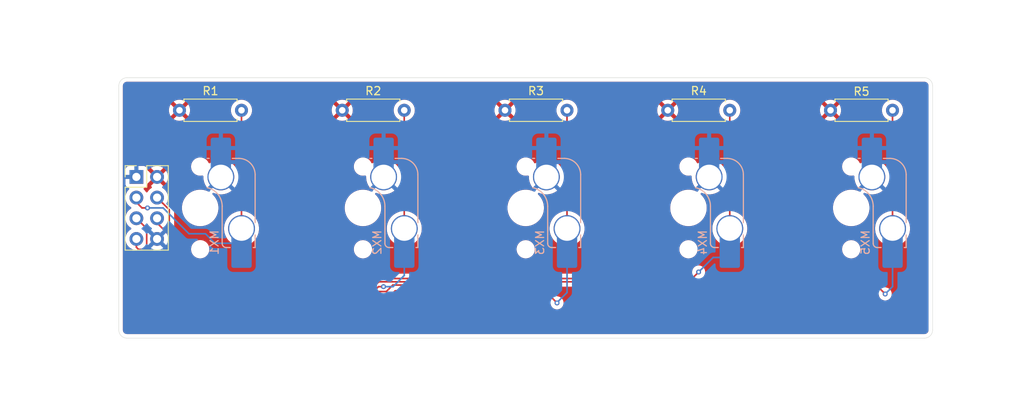
<source format=kicad_pcb>
(kicad_pcb (version 20241229) (generator "pcbnew") (generator_version "9.0")
  (layers (0 "F.Cu" signal) (2 "B.Cu" signal) (13 "F.Paste" user) (15 "B.Paste" user) (5 "F.SilkS" user "F.Silkscreen") (7 "B.SilkS" user "B.Silkscreen") (1 "F.Mask" user) (3 "B.Mask" user) (25 "Edge.Cuts" user))
  (net 0 "")
  (net 1 "GND")
  (net 2 "Net-(J1-Pin_5)")
  (net 3 "Net-(J1-Pin_6)")
  (net 4 "+3.3V")
  (net 5 "Net-(J1-Pin_3)")
  (net 6 "Net-(J1-Pin_4)")
  (net 7 "Net-(J1-Pin_7)")
  (footprint "Resistor_THT:R_Axial_DIN0207_L6.3mm_D2.5mm_P7.62mm_Horizontal" (layer "F.Cu") (at 145.075 88 180)
    (property "Reference" "R5" (at 3.81 2.3 0) (layer "F.SilkS"))
    (property "Value" "10k")
    (fp_line (start 7.08 1.37) (end 7.08 1.04) (stroke (width 0.12)) (layer "F.SilkS"))
    (fp_line (start 7.08 -1.37) (end 7.08 -1.04) (stroke (width 0.12)) (layer "F.SilkS"))
    (fp_line (start 0.54 1.37) (end 7.08 1.37) (stroke (width 0.12)) (layer "F.SilkS"))
    (fp_line (start 0.54 1.04) (end 0.54 1.37) (stroke (width 0.12)) (layer "F.SilkS"))
    (fp_line (start 0.54 -1.04) (end 0.54 -1.37) (stroke (width 0.12)) (layer "F.SilkS"))
    (fp_line (start 0.54 -1.37) (end 7.08 -1.37) (stroke (width 0.12)) (layer "F.SilkS"))
    (pad "1" thru_hole circle (at 0 0 180) (size 1.6 1.6) (drill 0.8) (layers "*.Cu" "*.Mask") (net 3 "Net-(J1-Pin_6)"))
    (pad "2" thru_hole circle (at 7.62 0 180) (size 1.6 1.6) (drill 0.8) (layers "*.Cu" "*.Mask") (net 4 "+3.3V"))
  )
  (footprint "Stephen:MidiModuleBase" (layer "F.Cu") (at 100 100)
    (property "Reference" "J1" (at 0 -0.5 0) (layer "F.SilkS") (effects (font (thickness 0.1))))
    (property "Value" "Conn_02x04_Odd_Even")
    (fp_line (start -49.22 -5.19) (end -47.84 -5.19) (stroke (width 0.12)) (layer "F.SilkS"))
    (fp_line (start -49.22 -3.81) (end -49.22 -5.19) (stroke (width 0.12)) (layer "F.SilkS"))
    (fp_line (start -49.22 -2.54) (end -49.22 5.19) (stroke (width 0.12)) (layer "F.SilkS"))
    (fp_line (start -49.22 -2.54) (end -46.57 -2.54) (stroke (width 0.12)) (layer "F.SilkS"))
    (fp_line (start -49.22 5.19) (end -43.92 5.19) (stroke (width 0.12)) (layer "F.SilkS"))
    (fp_line (start -46.57 -5.19) (end -43.92 -5.19) (stroke (width 0.12)) (layer "F.SilkS"))
    (fp_line (start -46.57 -2.54) (end -46.57 -5.19) (stroke (width 0.12)) (layer "F.SilkS"))
    (fp_line (start -43.92 -5.19) (end -43.92 5.19) (stroke (width 0.12)) (layer "F.SilkS"))
    (fp_line (start -50 -15) (end -50 15) (stroke (width 0.05)) (layer "Edge.Cuts"))
    (fp_line (start -49 -16) (end 49 -16) (stroke (width 0.05)) (layer "Edge.Cuts"))
    (fp_line (start -49 16) (end 49 16) (stroke (width 0.05)) (layer "Edge.Cuts"))
    (fp_line (start 50 -15) (end 50 15) (stroke (width 0.05)) (layer "Edge.Cuts"))
    (fp_arc (start -50 -15) (mid -49.707107 -15.707107) (end -49 -16) (stroke (width 0.05)) (layer "Edge.Cuts"))
    (fp_arc (start -49 16) (mid -49.707107 15.707107) (end -50 15) (stroke (width 0.05)) (layer "Edge.Cuts"))
    (fp_arc (start 49 -16) (mid 49.707107 -15.707107) (end 50 -15) (stroke (width 0.05)) (layer "Edge.Cuts"))
    (fp_arc (start 50 15) (mid 49.707107 15.707107) (end 49 16) (stroke (width 0.05)) (layer "Edge.Cuts"))
    (pad "1" thru_hole rect (at -47.84 -3.81) (size 1.7 1.7) (drill 1) (layers "*.Cu" "*.Mask") (net 1 "GND"))
    (pad "2" thru_hole circle (at -45.3 -3.81) (size 1.7 1.7) (drill 1) (layers "*.Cu" "*.Mask") (net 4 "+3.3V"))
    (pad "3" thru_hole circle (at -47.84 -1.27) (size 1.7 1.7) (drill 1) (layers "*.Cu" "*.Mask") (net 5 "Net-(J1-Pin_3)"))
    (pad "4" thru_hole circle (at -45.3 -1.27) (size 1.7 1.7) (drill 1) (layers "*.Cu" "*.Mask") (net 6 "Net-(J1-Pin_4)"))
    (pad "5" thru_hole circle (at -47.84 1.27) (size 1.7 1.7) (drill 1) (layers "*.Cu" "*.Mask") (net 2 "Net-(J1-Pin_5)"))
    (pad "6" thru_hole circle (at -45.3 1.27) (size 1.7 1.7) (drill 1) (layers "*.Cu" "*.Mask") (net 3 "Net-(J1-Pin_6)"))
    (pad "7" thru_hole circle (at -47.84 3.81) (size 1.7 1.7) (drill 1) (layers "*.Cu" "*.Mask") (net 7 "Net-(J1-Pin_7)"))
    (pad "8" thru_hole circle (at -45.3 3.81) (size 1.7 1.7) (drill 1) (layers "*.Cu" "*.Mask") (net 1 "GND"))
  )
  (footprint "Resistor_THT:R_Axial_DIN0207_L6.3mm_D2.5mm_P7.62mm_Horizontal" (layer "F.Cu") (at 77.455 88)
    (property "Reference" "R2" (at 3.81 -2.37 0) (layer "F.SilkS"))
    (property "Value" "10k")
    (fp_line (start 0.54 -1.37) (end 7.08 -1.37) (stroke (width 0.12)) (layer "F.SilkS"))
    (fp_line (start 0.54 -1.04) (end 0.54 -1.37) (stroke (width 0.12)) (layer "F.SilkS"))
    (fp_line (start 0.54 1.04) (end 0.54 1.37) (stroke (width 0.12)) (layer "F.SilkS"))
    (fp_line (start 0.54 1.37) (end 7.08 1.37) (stroke (width 0.12)) (layer "F.SilkS"))
    (fp_line (start 7.08 -1.37) (end 7.08 -1.04) (stroke (width 0.12)) (layer "F.SilkS"))
    (fp_line (start 7.08 1.37) (end 7.08 1.04) (stroke (width 0.12)) (layer "F.SilkS"))
    (pad "1" thru_hole circle (at 0 0) (size 1.6 1.6) (drill 0.8) (layers "*.Cu" "*.Mask") (net 4 "+3.3V"))
    (pad "2" thru_hole circle (at 7.62 0) (size 1.6 1.6) (drill 0.8) (layers "*.Cu" "*.Mask") (net 2 "Net-(J1-Pin_5)"))
  )
  (footprint "Resistor_THT:R_Axial_DIN0207_L6.3mm_D2.5mm_P7.62mm_Horizontal" (layer "F.Cu") (at 57.455 88)
    (property "Reference" "R1" (at 3.81 -2.37 0) (layer "F.SilkS"))
    (property "Value" "10k")
    (fp_line (start 0.54 -1.37) (end 7.08 -1.37) (stroke (width 0.12)) (layer "F.SilkS"))
    (fp_line (start 0.54 -1.04) (end 0.54 -1.37) (stroke (width 0.12)) (layer "F.SilkS"))
    (fp_line (start 0.54 1.04) (end 0.54 1.37) (stroke (width 0.12)) (layer "F.SilkS"))
    (fp_line (start 0.54 1.37) (end 7.08 1.37) (stroke (width 0.12)) (layer "F.SilkS"))
    (fp_line (start 7.08 -1.37) (end 7.08 -1.04) (stroke (width 0.12)) (layer "F.SilkS"))
    (fp_line (start 7.08 1.37) (end 7.08 1.04) (stroke (width 0.12)) (layer "F.SilkS"))
    (pad "1" thru_hole circle (at 0 0) (size 1.6 1.6) (drill 0.8) (layers "*.Cu" "*.Mask") (net 4 "+3.3V"))
    (pad "2" thru_hole circle (at 7.62 0) (size 1.6 1.6) (drill 0.8) (layers "*.Cu" "*.Mask") (net 5 "Net-(J1-Pin_3)"))
  )
  (footprint "Resistor_THT:R_Axial_DIN0207_L6.3mm_D2.5mm_P7.62mm_Horizontal" (layer "F.Cu") (at 125.075 88 180)
    (property "Reference" "R4" (at 3.81 2.375 0) (layer "F.SilkS"))
    (property "Value" "10k")
    (fp_line (start 7.08 1.37) (end 7.08 1.04) (stroke (width 0.12)) (layer "F.SilkS"))
    (fp_line (start 7.08 -1.37) (end 7.08 -1.04) (stroke (width 0.12)) (layer "F.SilkS"))
    (fp_line (start 0.54 1.37) (end 7.08 1.37) (stroke (width 0.12)) (layer "F.SilkS"))
    (fp_line (start 0.54 1.04) (end 0.54 1.37) (stroke (width 0.12)) (layer "F.SilkS"))
    (fp_line (start 0.54 -1.04) (end 0.54 -1.37) (stroke (width 0.12)) (layer "F.SilkS"))
    (fp_line (start 0.54 -1.37) (end 7.08 -1.37) (stroke (width 0.12)) (layer "F.SilkS"))
    (pad "1" thru_hole circle (at 0 0 180) (size 1.6 1.6) (drill 0.8) (layers "*.Cu" "*.Mask") (net 6 "Net-(J1-Pin_4)"))
    (pad "2" thru_hole circle (at 7.62 0 180) (size 1.6 1.6) (drill 0.8) (layers "*.Cu" "*.Mask") (net 4 "+3.3V"))
  )
  (footprint "Resistor_THT:R_Axial_DIN0207_L6.3mm_D2.5mm_P7.62mm_Horizontal" (layer "F.Cu") (at 97.455 88)
    (property "Reference" "R3" (at 3.81 -2.37 0) (layer "F.SilkS"))
    (property "Value" "10k")
    (fp_line (start 0.54 -1.37) (end 7.08 -1.37) (stroke (width 0.12)) (layer "F.SilkS"))
    (fp_line (start 0.54 -1.04) (end 0.54 -1.37) (stroke (width 0.12)) (layer "F.SilkS"))
    (fp_line (start 0.54 1.04) (end 0.54 1.37) (stroke (width 0.12)) (layer "F.SilkS"))
    (fp_line (start 0.54 1.37) (end 7.08 1.37) (stroke (width 0.12)) (layer "F.SilkS"))
    (fp_line (start 7.08 -1.37) (end 7.08 -1.04) (stroke (width 0.12)) (layer "F.SilkS"))
    (fp_line (start 7.08 1.37) (end 7.08 1.04) (stroke (width 0.12)) (layer "F.SilkS"))
    (pad "1" thru_hole circle (at 0 0) (size 1.6 1.6) (drill 0.8) (layers "*.Cu" "*.Mask") (net 4 "+3.3V"))
    (pad "2" thru_hole circle (at 7.62 0) (size 1.6 1.6) (drill 0.8) (layers "*.Cu" "*.Mask") (net 7 "Net-(J1-Pin_7)"))
  )
  (footprint "PCM_marbastlib-mx:SW_MX_HS_CPG151101S11_1u" (layer "B.Cu") (at 100 100 90)
    (property "Reference" "MX3" (at -4.25 1.75 90) (layer "B.SilkS") (effects (justify mirror)))
    (property "Value" "MX_SW_HS")
    (fp_line (start 6.085176 1.10022) (end 6.085176 0.86022) (stroke (width 0.15)) (layer "B.SilkS"))
    (fp_line (start -4.364824 2.70022) (end 0.2 2.70022) (stroke (width 0.15)) (layer "B.SilkS"))
    (fp_line (start -4.864824 3.67022) (end -4.864824 3.20022) (stroke (width 0.15)) (layer "B.SilkS"))
    (fp_line (start 6.085176 3.95022) (end 6.085176 4.75022) (stroke (width 0.15)) (layer "B.SilkS"))
    (fp_line (start 4.085176 6.75022) (end -1.814824 6.75022) (stroke (width 0.15)) (layer "B.SilkS"))
    (fp_line (start -3.314824 6.75022) (end -4.864824 6.75022) (stroke (width 0.15)) (layer "B.SilkS"))
    (fp_line (start -4.864824 6.75022) (end -4.864824 6.52022) (stroke (width 0.15)) (layer "B.SilkS"))
    (fp_arc (start 2.494322 0.86022) (mid 1.670693 2.183637) (end 0.2 2.70022) (stroke (width 0.15)) (layer "B.SilkS"))
    (fp_arc (start -4.864824 3.20022) (mid -4.718377 2.846667) (end -4.364824 2.70022) (stroke (width 0.15)) (layer "B.SilkS"))
    (fp_arc (start 6.085176 4.75022) (mid 5.499389 6.164432) (end 4.085176 6.75022) (stroke (width 0.15)) (layer "B.SilkS"))
    (pad "" np_thru_hole circle (at -5.08 0 90) (size 1.75 1.75) (drill 1.75) (layers "*.Cu" "*.Mask"))
    (pad "" np_thru_hole circle (at 0 0 90) (size 3.9878 3.9878) (drill 3.9878) (layers "*.Cu" "*.Mask"))
    (pad "" np_thru_hole circle (at 5.08 0 90) (size 1.75 1.75) (drill 1.75) (layers "*.Cu" "*.Mask"))
    (pad "1" thru_hole circle (at 3.81 2.54 90) (size 3.3 3.3) (drill 3) (property pad_prop_mechanical) (layers "*.Cu" "*.Mask") (net 1 "GND"))
    (pad "1" smd rect (at 5.635 2.54 270) (size 1.65 2.5) (layers "B.Cu") (net 1 "GND"))
    (pad "1" smd roundrect (at 7.36 2.54 90) (size 2.55 2.5) (layers "B.Cu" "B.Mask" "B.Paste") (roundrect_rratio 0.1) (net 1 "GND"))
    (pad "2" smd roundrect (at -6.09 5.08 90) (size 2.55 2.5) (layers "B.Cu" "B.Mask" "B.Paste") (roundrect_rratio 0.1) (net 7 "Net-(J1-Pin_7)"))
    (pad "2" smd rect (at -4.34 5.08 90) (size 1.65 2.5) (layers "B.Cu") (net 7 "Net-(J1-Pin_7)"))
    (pad "2" thru_hole circle (at -2.54 5.08 90) (size 3.3 3.3) (drill 3) (property pad_prop_mechanical) (layers "*.Cu" "*.Mask") (net 7 "Net-(J1-Pin_7)"))
  )
  (footprint "PCM_marbastlib-mx:SW_MX_HS_CPG151101S11_1u" (layer "B.Cu") (at 120 100 90)
    (property "Reference" "MX4" (at -4.25 1.75 90) (layer "B.SilkS") (effects (justify mirror)))
    (property "Value" "MX_SW_HS")
    (fp_line (start 6.085176 1.10022) (end 6.085176 0.86022) (stroke (width 0.15)) (layer "B.SilkS"))
    (fp_line (start -4.364824 2.70022) (end 0.2 2.70022) (stroke (width 0.15)) (layer "B.SilkS"))
    (fp_line (start -4.864824 3.67022) (end -4.864824 3.20022) (stroke (width 0.15)) (layer "B.SilkS"))
    (fp_line (start 6.085176 3.95022) (end 6.085176 4.75022) (stroke (width 0.15)) (layer "B.SilkS"))
    (fp_line (start 4.085176 6.75022) (end -1.814824 6.75022) (stroke (width 0.15)) (layer "B.SilkS"))
    (fp_line (start -3.314824 6.75022) (end -4.864824 6.75022) (stroke (width 0.15)) (layer "B.SilkS"))
    (fp_line (start -4.864824 6.75022) (end -4.864824 6.52022) (stroke (width 0.15)) (layer "B.SilkS"))
    (fp_arc (start 2.494322 0.86022) (mid 1.670693 2.183637) (end 0.2 2.70022) (stroke (width 0.15)) (layer "B.SilkS"))
    (fp_arc (start -4.864824 3.20022) (mid -4.718377 2.846667) (end -4.364824 2.70022) (stroke (width 0.15)) (layer "B.SilkS"))
    (fp_arc (start 6.085176 4.75022) (mid 5.499389 6.164432) (end 4.085176 6.75022) (stroke (width 0.15)) (layer "B.SilkS"))
    (pad "" np_thru_hole circle (at -5.08 0 90) (size 1.75 1.75) (drill 1.75) (layers "*.Cu" "*.Mask"))
    (pad "" np_thru_hole circle (at 0 0 90) (size 3.9878 3.9878) (drill 3.9878) (layers "*.Cu" "*.Mask"))
    (pad "" np_thru_hole circle (at 5.08 0 90) (size 1.75 1.75) (drill 1.75) (layers "*.Cu" "*.Mask"))
    (pad "1" thru_hole circle (at 3.81 2.54 90) (size 3.3 3.3) (drill 3) (property pad_prop_mechanical) (layers "*.Cu" "*.Mask") (net 1 "GND"))
    (pad "1" smd rect (at 5.635 2.54 270) (size 1.65 2.5) (layers "B.Cu") (net 1 "GND"))
    (pad "1" smd roundrect (at 7.36 2.54 90) (size 2.55 2.5) (layers "B.Cu" "B.Mask" "B.Paste") (roundrect_rratio 0.1) (net 1 "GND"))
    (pad "2" smd roundrect (at -6.09 5.08 90) (size 2.55 2.5) (layers "B.Cu" "B.Mask" "B.Paste") (roundrect_rratio 0.1) (net 6 "Net-(J1-Pin_4)"))
    (pad "2" smd rect (at -4.34 5.08 90) (size 1.65 2.5) (layers "B.Cu") (net 6 "Net-(J1-Pin_4)"))
    (pad "2" thru_hole circle (at -2.54 5.08 90) (size 3.3 3.3) (drill 3) (property pad_prop_mechanical) (layers "*.Cu" "*.Mask") (net 6 "Net-(J1-Pin_4)"))
  )
  (footprint "PCM_marbastlib-mx:SW_MX_HS_CPG151101S11_1u" (layer "B.Cu") (at 140 100 90)
    (property "Reference" "MX5" (at -4.25 1.75 90) (layer "B.SilkS") (effects (justify mirror)))
    (property "Value" "MX_SW_HS")
    (fp_line (start 6.085176 1.10022) (end 6.085176 0.86022) (stroke (width 0.15)) (layer "B.SilkS"))
    (fp_line (start -4.364824 2.70022) (end 0.2 2.70022) (stroke (width 0.15)) (layer "B.SilkS"))
    (fp_line (start -4.864824 3.67022) (end -4.864824 3.20022) (stroke (width 0.15)) (layer "B.SilkS"))
    (fp_line (start 6.085176 3.95022) (end 6.085176 4.75022) (stroke (width 0.15)) (layer "B.SilkS"))
    (fp_line (start 4.085176 6.75022) (end -1.814824 6.75022) (stroke (width 0.15)) (layer "B.SilkS"))
    (fp_line (start -3.314824 6.75022) (end -4.864824 6.75022) (stroke (width 0.15)) (layer "B.SilkS"))
    (fp_line (start -4.864824 6.75022) (end -4.864824 6.52022) (stroke (width 0.15)) (layer "B.SilkS"))
    (fp_arc (start 2.494322 0.86022) (mid 1.670693 2.183637) (end 0.2 2.70022) (stroke (width 0.15)) (layer "B.SilkS"))
    (fp_arc (start -4.864824 3.20022) (mid -4.718377 2.846667) (end -4.364824 2.70022) (stroke (width 0.15)) (layer "B.SilkS"))
    (fp_arc (start 6.085176 4.75022) (mid 5.499389 6.164432) (end 4.085176 6.75022) (stroke (width 0.15)) (layer "B.SilkS"))
    (pad "" np_thru_hole circle (at -5.08 0 90) (size 1.75 1.75) (drill 1.75) (layers "*.Cu" "*.Mask"))
    (pad "" np_thru_hole circle (at 0 0 90) (size 3.9878 3.9878) (drill 3.9878) (layers "*.Cu" "*.Mask"))
    (pad "" np_thru_hole circle (at 5.08 0 90) (size 1.75 1.75) (drill 1.75) (layers "*.Cu" "*.Mask"))
    (pad "1" thru_hole circle (at 3.81 2.54 90) (size 3.3 3.3) (drill 3) (property pad_prop_mechanical) (layers "*.Cu" "*.Mask") (net 1 "GND"))
    (pad "1" smd rect (at 5.635 2.54 270) (size 1.65 2.5) (layers "B.Cu") (net 1 "GND"))
    (pad "1" smd roundrect (at 7.36 2.54 90) (size 2.55 2.5) (layers "B.Cu" "B.Mask" "B.Paste") (roundrect_rratio 0.1) (net 1 "GND"))
    (pad "2" smd roundrect (at -6.09 5.08 90) (size 2.55 2.5) (layers "B.Cu" "B.Mask" "B.Paste") (roundrect_rratio 0.1) (net 3 "Net-(J1-Pin_6)"))
    (pad "2" smd rect (at -4.34 5.08 90) (size 1.65 2.5) (layers "B.Cu") (net 3 "Net-(J1-Pin_6)"))
    (pad "2" thru_hole circle (at -2.54 5.08 90) (size 3.3 3.3) (drill 3) (property pad_prop_mechanical) (layers "*.Cu" "*.Mask") (net 3 "Net-(J1-Pin_6)"))
  )
  (footprint "PCM_marbastlib-mx:SW_MX_HS_CPG151101S11_1u" (layer "B.Cu") (at 80 100 90)
    (property "Reference" "MX2" (at -4.25 1.75 90) (layer "B.SilkS") (effects (justify mirror)))
    (property "Value" "MX_SW_HS")
    (fp_line (start 6.085176 1.10022) (end 6.085176 0.86022) (stroke (width 0.15)) (layer "B.SilkS"))
    (fp_line (start -4.364824 2.70022) (end 0.2 2.70022) (stroke (width 0.15)) (layer "B.SilkS"))
    (fp_line (start -4.864824 3.67022) (end -4.864824 3.20022) (stroke (width 0.15)) (layer "B.SilkS"))
    (fp_line (start 6.085176 3.95022) (end 6.085176 4.75022) (stroke (width 0.15)) (layer "B.SilkS"))
    (fp_line (start 4.085176 6.75022) (end -1.814824 6.75022) (stroke (width 0.15)) (layer "B.SilkS"))
    (fp_line (start -3.314824 6.75022) (end -4.864824 6.75022) (stroke (width 0.15)) (layer "B.SilkS"))
    (fp_line (start -4.864824 6.75022) (end -4.864824 6.52022) (stroke (width 0.15)) (layer "B.SilkS"))
    (fp_arc (start 2.494322 0.86022) (mid 1.670693 2.183637) (end 0.2 2.70022) (stroke (width 0.15)) (layer "B.SilkS"))
    (fp_arc (start -4.864824 3.20022) (mid -4.718377 2.846667) (end -4.364824 2.70022) (stroke (width 0.15)) (layer "B.SilkS"))
    (fp_arc (start 6.085176 4.75022) (mid 5.499389 6.164432) (end 4.085176 6.75022) (stroke (width 0.15)) (layer "B.SilkS"))
    (pad "" np_thru_hole circle (at -5.08 0 90) (size 1.75 1.75) (drill 1.75) (layers "*.Cu" "*.Mask"))
    (pad "" np_thru_hole circle (at 0 0 90) (size 3.9878 3.9878) (drill 3.9878) (layers "*.Cu" "*.Mask"))
    (pad "" np_thru_hole circle (at 5.08 0 90) (size 1.75 1.75) (drill 1.75) (layers "*.Cu" "*.Mask"))
    (pad "1" thru_hole circle (at 3.81 2.54 90) (size 3.3 3.3) (drill 3) (property pad_prop_mechanical) (layers "*.Cu" "*.Mask") (net 1 "GND"))
    (pad "1" smd rect (at 5.635 2.54 270) (size 1.65 2.5) (layers "B.Cu") (net 1 "GND"))
    (pad "1" smd roundrect (at 7.36 2.54 90) (size 2.55 2.5) (layers "B.Cu" "B.Mask" "B.Paste") (roundrect_rratio 0.1) (net 1 "GND"))
    (pad "2" smd roundrect (at -6.09 5.08 90) (size 2.55 2.5) (layers "B.Cu" "B.Mask" "B.Paste") (roundrect_rratio 0.1) (net 2 "Net-(J1-Pin_5)"))
    (pad "2" smd rect (at -4.34 5.08 90) (size 1.65 2.5) (layers "B.Cu") (net 2 "Net-(J1-Pin_5)"))
    (pad "2" thru_hole circle (at -2.54 5.08 90) (size 3.3 3.3) (drill 3) (property pad_prop_mechanical) (layers "*.Cu" "*.Mask") (net 2 "Net-(J1-Pin_5)"))
  )
  (footprint "PCM_marbastlib-mx:SW_MX_HS_CPG151101S11_1u" (layer "B.Cu") (at 60 100 90)
    (property "Reference" "MX1" (at -4.25 1.75 90) (layer "B.SilkS") (effects (justify mirror)))
    (property "Value" "MX_SW_HS")
    (fp_line (start 6.085176 1.10022) (end 6.085176 0.86022) (stroke (width 0.15)) (layer "B.SilkS"))
    (fp_line (start -4.364824 2.70022) (end 0.2 2.70022) (stroke (width 0.15)) (layer "B.SilkS"))
    (fp_line (start -4.864824 3.67022) (end -4.864824 3.20022) (stroke (width 0.15)) (layer "B.SilkS"))
    (fp_line (start 6.085176 3.95022) (end 6.085176 4.75022) (stroke (width 0.15)) (layer "B.SilkS"))
    (fp_line (start 4.085176 6.75022) (end -1.814824 6.75022) (stroke (width 0.15)) (layer "B.SilkS"))
    (fp_line (start -3.314824 6.75022) (end -4.864824 6.75022) (stroke (width 0.15)) (layer "B.SilkS"))
    (fp_line (start -4.864824 6.75022) (end -4.864824 6.52022) (stroke (width 0.15)) (layer "B.SilkS"))
    (fp_arc (start 2.494322 0.86022) (mid 1.670693 2.183637) (end 0.2 2.70022) (stroke (width 0.15)) (layer "B.SilkS"))
    (fp_arc (start -4.864824 3.20022) (mid -4.718377 2.846667) (end -4.364824 2.70022) (stroke (width 0.15)) (layer "B.SilkS"))
    (fp_arc (start 6.085176 4.75022) (mid 5.499389 6.164432) (end 4.085176 6.75022) (stroke (width 0.15)) (layer "B.SilkS"))
    (pad "" np_thru_hole circle (at -5.08 0 90) (size 1.75 1.75) (drill 1.75) (layers "*.Cu" "*.Mask"))
    (pad "" np_thru_hole circle (at 0 0 90) (size 3.9878 3.9878) (drill 3.9878) (layers "*.Cu" "*.Mask"))
    (pad "" np_thru_hole circle (at 5.08 0 90) (size 1.75 1.75) (drill 1.75) (layers "*.Cu" "*.Mask"))
    (pad "1" thru_hole circle (at 3.81 2.54 90) (size 3.3 3.3) (drill 3) (property pad_prop_mechanical) (layers "*.Cu" "*.Mask") (net 1 "GND"))
    (pad "1" smd rect (at 5.635 2.54 270) (size 1.65 2.5) (layers "B.Cu") (net 1 "GND"))
    (pad "1" smd roundrect (at 7.36 2.54 90) (size 2.55 2.5) (layers "B.Cu" "B.Mask" "B.Paste") (roundrect_rratio 0.1) (net 1 "GND"))
    (pad "2" smd roundrect (at -6.09 5.08 90) (size 2.55 2.5) (layers "B.Cu" "B.Mask" "B.Paste") (roundrect_rratio 0.1) (net 5 "Net-(J1-Pin_3)"))
    (pad "2" smd rect (at -4.34 5.08 90) (size 1.65 2.5) (layers "B.Cu") (net 5 "Net-(J1-Pin_3)"))
    (pad "2" thru_hole circle (at -2.54 5.08 90) (size 3.3 3.3) (drill 3) (property pad_prop_mechanical) (layers "*.Cu" "*.Mask") (net 5 "Net-(J1-Pin_3)"))
  )
  (segment (start 56.673 107.873) (end 53.425 104.625) (width 0.2) (layer "F.Cu") (net 2))
  (segment (start 81.0072 110.577) (end 58.4099 110.577) (width 0.2) (layer "F.Cu") (net 2))
  (segment (start 56.673 108.8401) (end 56.673 107.873) (width 0.2) (layer "F.Cu") (net 2))
  (segment (start 53.425 104.625) (end 53.425 102.535) (width 0.2) (layer "F.Cu") (net 2))
  (segment (start 85.075 102.535) (end 85.08 102.54) (width 0.2) (layer "F.Cu") (net 2))
  (segment (start 53.425 102.535) (end 52.16 101.27) (width 0.2) (layer "F.Cu") (net 2))
  (segment (start 85.075 88) (end 85.075 102.535) (width 0.2) (layer "F.Cu") (net 2))
  (segment (start 82.525 109.676) (end 82.524 109.675) (width 0.2) (layer "F.Cu") (net 2))
  (segment (start 82.524 109.675) (end 81.9092 109.675) (width 0.2) (layer "F.Cu") (net 2))
  (segment (start 81.9092 109.675) (end 81.0072 110.577) (width 0.2) (layer "F.Cu") (net 2))
  (segment (start 58.4099 110.577) (end 56.673 108.8401) (width 0.2) (layer "F.Cu") (net 2))
  (via (at 82.525 109.676) (size 0.6) (drill 0.3) (layers "F.Cu" "B.Cu") (net 2))
  (segment (start 83.699 109.676) (end 85.08 108.295) (width 0.2) (layer "B.Cu") (net 2))
  (segment (start 82.525 109.676) (end 83.699 109.676) (width 0.2) (layer "B.Cu") (net 2))
  (segment (start 85.08 108.295) (end 85.08 106.09) (width 0.2) (layer "B.Cu") (net 2))
  (segment (start 145.075 88) (end 145.075 102.535) (width 0.2) (layer "F.Cu") (net 3))
  (segment (start 57.625 109.225) (end 58.576 110.176) (width 0.2) (layer "F.Cu") (net 3))
  (segment (start 59.75 110.176) (end 80.8411 110.176) (width 0.2) (layer "F.Cu") (net 3))
  (segment (start 142.676 109.076) (end 144.175 110.575) (width 0.2) (layer "F.Cu") (net 3))
  (segment (start 54.7 101.85) (end 55.45 102.6) (width 0.2) (layer "F.Cu") (net 3))
  (segment (start 54.7 101.27) (end 54.7 101.85) (width 0.2) (layer "F.Cu") (net 3))
  (segment (start 83.35 109.076) (end 142.676 109.076) (width 0.2) (layer "F.Cu") (net 3))
  (segment (start 81.9411 109.076) (end 83.35 109.076) (width 0.2) (layer "F.Cu") (net 3))
  (segment (start 80.8411 110.176) (end 81.48355 109.53355) (width 0.2) (layer "F.Cu") (net 3))
  (segment (start 81.48355 109.53355) (end 81.9411 109.076) (width 0.2) (layer "F.Cu") (net 3))
  (segment (start 57.074 106.175) (end 57.074 108.674) (width 0.2) (layer "F.Cu") (net 3))
  (segment (start 57.074 108.674) (end 57.625 109.225) (width 0.2) (layer "F.Cu") (net 3))
  (segment (start 57.074 104.224) (end 57.074 106.175) (width 0.2) (layer "F.Cu") (net 3))
  (segment (start 145.075 102.535) (end 145.08 102.54) (width 0.2) (layer "F.Cu") (net 3))
  (segment (start 55.45 102.6) (end 57.074 104.224) (width 0.2) (layer "F.Cu") (net 3))
  (segment (start 58.576 110.176) (end 59.75 110.176) (width 0.2) (layer "F.Cu") (net 3))
  (via (at 144.175 110.575) (size 0.6) (drill 0.3) (layers "F.Cu" "B.Cu") (net 3))
  (segment (start 144.175 110.575) (end 145.08 109.67) (width 0.2) (layer "B.Cu") (net 3))
  (segment (start 145.08 109.67) (end 145.08 106.09) (width 0.2) (layer "B.Cu") (net 3))
  (segment (start 65.075 102.535) (end 65.08 102.54) (width 0.2) (layer "F.Cu") (net 5))
  (segment (start 52.16 99.31) (end 52.16 98.73) (width 0.2) (layer "F.Cu") (net 5))
  (segment (start 52.505 98.73) (end 52.16 98.73) (width 0.2) (layer "F.Cu") (net 5))
  (segment (start 53.525 100) (end 52.85 100) (width 0.2) (layer "F.Cu") (net 5))
  (segment (start 65.075 88) (end 65.075 102.535) (width 0.2) (layer "F.Cu") (net 5))
  (segment (start 52.85 100) (end 52.16 99.31) (width 0.2) (layer "F.Cu") (net 5))
  (via (at 53.525 100) (size 0.6) (drill 0.3) (layers "F.Cu" "B.Cu") (net 5))
  (segment (start 53.525 100) (end 55.45 100) (width 0.2) (layer "B.Cu") (net 5))
  (segment (start 61.815 104.34) (end 65.08 104.34) (width 0.2) (layer "B.Cu") (net 5))
  (segment (start 55.45 100) (end 58.625 103.175) (width 0.2) (layer "B.Cu") (net 5))
  (segment (start 60.65 103.175) (end 61.815 104.34) (width 0.2) (layer "B.Cu") (net 5))
  (segment (start 58.625 103.175) (end 60.65 103.175) (width 0.2) (layer "B.Cu") (net 5))
  (segment (start 120.45 108.675) (end 121.25 107.875) (width 0.2) (layer "F.Cu") (net 6))
  (segment (start 55.3911 99.4211) (end 55.3961 99.4211) (width 0.2) (layer "F.Cu") (net 6))
  (segment (start 54.7 98.73) (end 55.3911 99.4211) (width 0.2) (layer "F.Cu") (net 6))
  (segment (start 57.475 104.0579) (end 57.475 108.5) (width 0.2) (layer "F.Cu") (net 6))
  (segment (start 81.775 108.675) (end 95.95 108.675) (width 0.2) (layer "F.Cu") (net 6))
  (segment (start 56.2 102.7829) (end 57.475 104.0579) (width 0.2) (layer "F.Cu") (net 6))
  (segment (start 80.675 109.775) (end 81.775 108.675) (width 0.2) (layer "F.Cu") (net 6))
  (segment (start 125.075 88) (end 125.075 102.535) (width 0.2) (layer "F.Cu") (net 6))
  (segment (start 56.2 100.225) (end 56.2 102.7829) (width 0.2) (layer "F.Cu") (net 6))
  (segment (start 58.35 109.375) (end 58.75 109.775) (width 0.2) (layer "F.Cu") (net 6))
  (segment (start 125.075 102.535) (end 125.08 102.54) (width 0.2) (layer "F.Cu") (net 6))
  (segment (start 95.95 108.675) (end 120.45 108.675) (width 0.2) (layer "F.Cu") (net 6))
  (segment (start 55.3961 99.4211) (end 56.2 100.225) (width 0.2) (layer "F.Cu") (net 6))
  (segment (start 58.75 109.775) (end 80.675 109.775) (width 0.2) (layer "F.Cu") (net 6))
  (segment (start 57.475 108.5) (end 58.35 109.375) (width 0.2) (layer "F.Cu") (net 6))
  (via (at 121.25 107.875) (size 0.6) (drill 0.3) (layers "F.Cu" "B.Cu") (net 6))
  (segment (start 123.035 106.09) (end 125.08 106.09) (width 0.2) (layer "B.Cu") (net 6))
  (segment (start 121.25 107.875) (end 123.035 106.09) (width 0.2) (layer "B.Cu") (net 6))
  (segment (start 82.873 110.277) (end 83.673 109.477) (width 0.2) (layer "F.Cu") (net 7))
  (segment (start 52.16 104.835) (end 52.425 105.1) (width 0.2) (layer "F.Cu") (net 7))
  (segment (start 83.673 109.477) (end 101.652 109.477) (width 0.2) (layer "F.Cu") (net 7))
  (segment (start 105.075 102.535) (end 105.08 102.54) (width 0.2) (layer "F.Cu") (net 7))
  (segment (start 56.272 109.0062) (end 58.2438 110.978) (width 0.2) (layer "F.Cu") (net 7))
  (segment (start 81.8743 110.277) (end 82.873 110.277) (width 0.2) (layer "F.Cu") (net 7))
  (segment (start 52.16 103.81) (end 52.16 104.835) (width 0.2) (layer "F.Cu") (net 7))
  (segment (start 52.425 105.1) (end 53.3329 105.1) (width 0.2) (layer "F.Cu") (net 7))
  (segment (start 81.1733 110.978) (end 81.8743 110.277) (width 0.2) (layer "F.Cu") (net 7))
  (segment (start 101.652 109.477) (end 103.85 111.675) (width 0.2) (layer "F.Cu") (net 7))
  (segment (start 58.2438 110.978) (end 81.1733 110.978) (width 0.2) (layer "F.Cu") (net 7))
  (segment (start 53.3329 105.1) (end 56.272 108.0391) (width 0.2) (layer "F.Cu") (net 7))
  (segment (start 56.272 108.0391) (end 56.272 109.0062) (width 0.2) (layer "F.Cu") (net 7))
  (segment (start 105.075 88) (end 105.075 102.535) (width 0.2) (layer "F.Cu") (net 7))
  (via (at 103.85 111.675) (size 0.6) (drill 0.3) (layers "F.Cu" "B.Cu") (net 7))
  (segment (start 105.08 110.395) (end 105.08 106.09) (width 0.2) (layer "B.Cu") (net 7))
  (segment (start 103.85 111.675) (end 103.85 111.625) (width 0.2) (layer "B.Cu") (net 7))
  (segment (start 103.85 111.625) (end 105.08 110.395) (width 0.2) (layer "B.Cu") (net 7))
  (zone (net 4) (net_name "+3.3V") (layer "F.Cu") (connect_pads (clearance 0.5)) (min_thickness 0.25) (fill yes (thermal_gap 0.5) (thermal_bridge_width 0.5))
    (polygon (pts (xy 36.9 76.975) (xy 35.8 124.5) (xy 157.575 124.175) (xy 155.15 78.075) (xy 36.925 76.975)))
  )
  (zone (net 1) (net_name "GND") (layer "B.Cu") (priority 1) (connect_pads (clearance 0.5)) (min_thickness 0.25) (fill yes (thermal_gap 0.5) (thermal_bridge_width 0.5))
    (polygon (pts (xy 35.4 75.725) (xy 35.8 124.5) (xy 159.1 124.5) (xy 158.675 124.5) (xy 161.25 74.45)))
  )
)
</source>
